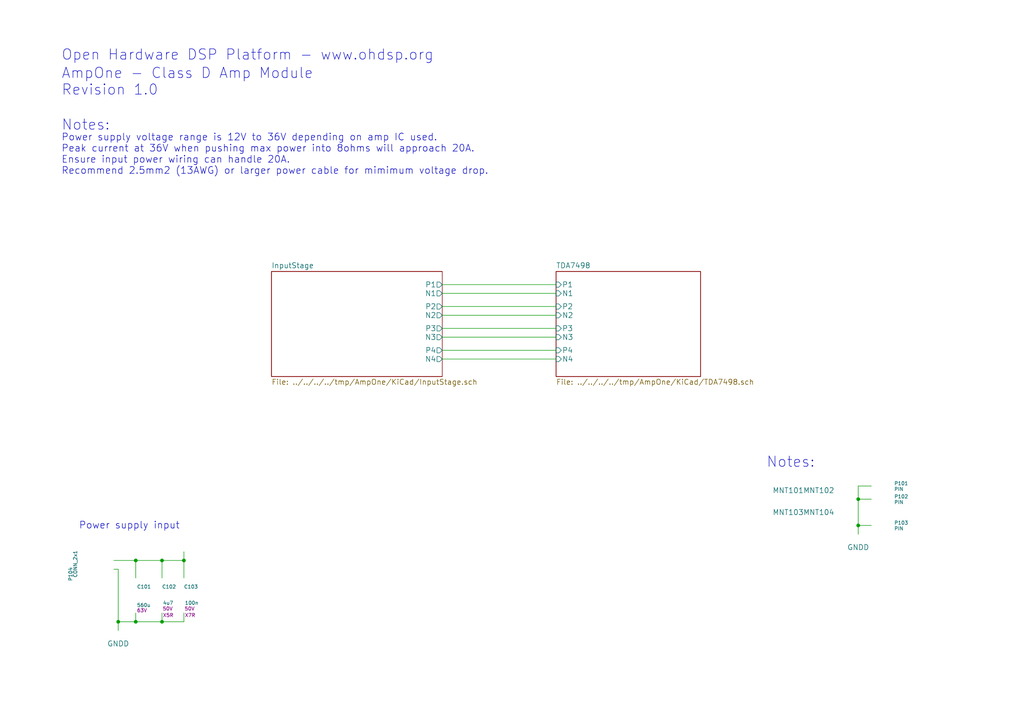
<source format=kicad_sch>
(kicad_sch (version 20230121) (generator eeschema)
  (paper "A4")
  (title_block (title "AmpOne - Class D Amp Module") (date "2017-02-14") (rev "1.0") (company "Open Hardware DSP Platform - www.ohdsp.org") (comment 1 "MERCHANTABILITY, SATISFACTORY QUALITY AND FITNESS FOR A PARTICULAR PURPOSE.") (comment 2 "is distributed WITHOUT ANY EXPRESS OR IMPLIED WARRANTY, INCLUDING OF") (comment 3 "Licensed under the TAPR Open Hardware License (www.tapr.org/OHL). This documentation") (comment 4 "Copyright Paul Janicki 2017"))
  (lib_symbols)
  (junction (at 39.37 162.56))
  (junction (at 46.99 162.56))
  (junction (at 39.37 180.34))
  (junction (at 248.92 152.4))
  (junction (at 248.92 144.78))
  (junction (at 34.29 180.34))
  (junction (at 46.99 180.34))
  (junction (at 53.34 162.56))
  (wire (pts (xy 53.34 180.34) (xy 53.34 177.8)))
  (wire (pts (xy 161.29 104.14) (xy 128.27 104.14)))
  (wire (pts (xy 128.27 88.9) (xy 161.29 88.9)))
  (wire (pts (xy 161.29 91.44) (xy 128.27 91.44)))
  (wire (pts (xy 34.29 180.34) (xy 39.37 180.34)))
  (wire (pts (xy 248.92 144.78) (xy 248.92 152.4)))
  (wire (pts (xy 34.29 165.1) (xy 33.02 165.1)))
  (wire (pts (xy 34.29 165.1) (xy 34.29 180.34)))
  (wire (pts (xy 39.37 167.64) (xy 39.37 162.56)))
  (wire (pts (xy 252.73 144.78) (xy 248.92 144.78)))
  (wire (pts (xy 248.92 152.4) (xy 248.92 154.94)))
  (wire (pts (xy 53.34 160.02) (xy 53.34 162.56)))
  (wire (pts (xy 33.02 162.56) (xy 39.37 162.56)))
  (wire (pts (xy 46.99 180.34) (xy 46.99 177.8)))
  (wire (pts (xy 39.37 177.8) (xy 39.37 180.34)))
  (wire (pts (xy 252.73 140.97) (xy 248.92 140.97)))
  (wire (pts (xy 161.29 85.09) (xy 128.27 85.09)))
  (wire (pts (xy 128.27 101.6) (xy 161.29 101.6)))
  (wire (pts (xy 252.73 152.4) (xy 248.92 152.4)))
  (wire (pts (xy 128.27 82.55) (xy 161.29 82.55)))
  (wire (pts (xy 248.92 140.97) (xy 248.92 144.78)))
  (wire (pts (xy 39.37 180.34) (xy 46.99 180.34)))
  (wire (pts (xy 46.99 162.56) (xy 53.34 162.56)))
  (wire (pts (xy 128.27 95.25) (xy 161.29 95.25)))
  (wire (pts (xy 39.37 162.56) (xy 46.99 162.56)))
  (wire (pts (xy 53.34 162.56) (xy 53.34 167.64)))
  (wire (pts (xy 46.99 162.56) (xy 46.99 167.64)))
  (wire (pts (xy 46.99 180.34) (xy 53.34 180.34)))
  (wire (pts (xy 34.29 180.34) (xy 34.29 182.88)))
  (wire (pts (xy 161.29 97.79) (xy 128.27 97.79)))
  (text "Notes:" (at 222.25 135.89 0) (effects (font (size 2.9972 2.9972)) (justify left bottom)))
  (text "Open Hardware DSP Platform - www.ohdsp.org\n" (at 17.78 17.78 0) (effects (font (size 2.9972 2.9972)) (justify left bottom)))
  (text "AmpOne - Class D Amp Module\nRevision 1.0\n" (at 17.78 27.94 0) (effects (font (size 2.9972 2.9972)) (justify left bottom)))
  (text "Power supply input" (at 22.86 153.67 0) (effects (font (size 2.0066 2.0066)) (justify left bottom)))
  (text "Notes:" (at 17.78 38.1 0) (effects (font (size 2.9972 2.9972)) (justify left bottom)))
  (text "Power supply voltage range is 12V to 36V depending on amp IC used. \nPeak current at 36V when pushing max power into 8ohms will approach 20A.\nEnsure input power wiring can handle 20A. \nRecommend 2.5mm2 (13AWG) or larger power cable for mimimum voltage drop." (at 17.78 50.8 0) (effects (font (size 2.0066 2.0066)) (justify left bottom)))
  (symbol (lib_id "C") (at 53.34 172.72 0) (unit 1)
    (property "Reference" "C103" (at 53.34 170.18 0) (effects (font (size 1.016 1.016)) (justify left)))
    (property "Value" "100n" (at 53.594 174.879 0) (effects (font (size 1.016 1.016)) (justify left)))
    (property "Footprint" "MyKiCadLibs-Footprints:SMD-0805" (effects hide))
    (property "Voltage" "50V" (at 54.991 176.53 0) (effects (font (size 1.016 1.016))))
    (property "Type" "X7R" (at 55.118 178.435 0) (effects (font (size 1.016 1.016))))
    (property "Description" "Ceramic capacitor" (effects hide))
    (property "Tolerance" "10%" (effects hide))
    (property "Size" "0805" (effects hide))
  )
  (symbol (lib_id "C") (at 46.99 172.72 0) (unit 1)
    (property "Reference" "C102" (at 46.99 170.18 0) (effects (font (size 1.016 1.016)) (justify left)))
    (property "Value" "4u7" (at 47.244 174.879 0) (effects (font (size 1.016 1.016)) (justify left)))
    (property "Footprint" "MyKiCadLibs-Footprints:SMD-0805" (effects hide))
    (property "Voltage" "50V" (at 48.641 176.53 0) (effects (font (size 1.016 1.016))))
    (property "Type" "X5R" (at 48.768 178.435 0) (effects (font (size 1.016 1.016))))
    (property "Description" "Ceramic capacitor" (effects hide))
    (property "Tolerance" "10%" (effects hide))
    (property "Size" "0805" (effects hide))
  )
  (symbol (lib_id "CONN_2x1") (at 33.02 162.56 0) (mirror y) (unit 1)
    (property "Reference" "P104" (at 20.447 166.497 90) (effects (font (size 1.016 1.016))))
    (property "Value" "CONN_2x1" (at 21.844 163.576 90) (effects (font (size 1.016 1.016))))
    (property "Footprint" "MyKiCadLibs-Footprints:CONN-SCREW-2WAY-7.5mm-7.62mm" (effects hide))
    (property "Description" "Text description" (effects hide))
  )
  (symbol (lib_id "GNDD") (at 34.29 182.88 0) (unit 1)
    (property "Reference" "#PWR01" (effects hide))
    (property "Value" "GNDD" (at 34.29 186.69 0) (effects (font (size 1.524 1.524))))
  )
  (symbol (lib_id "VCC") (at 53.34 160.02 0) (unit 1)
    (property "Reference" "#PWR02" (effects hide))
    (property "Value" "VCC" (at 53.34 156.21 0))
  )
  (symbol (lib_id "MNT_HOLE") (at 228.6 144.78 0) (unit 1)
    (property "Reference" "MNT101" (at 228.6 142.24 0) (effects (font (size 1.524 1.524))))
    (property "Value" "MNT_HOLE" (effects hide))
    (property "Footprint" "MyKiCadLibs-Footprints:MNT_HOLE_3mm" (effects hide))
  )
  (symbol (lib_id "MNT_HOLE") (at 237.49 144.78 0) (unit 1)
    (property "Reference" "MNT102" (at 237.49 142.24 0) (effects (font (size 1.524 1.524))))
    (property "Value" "MNT_HOLE" (effects hide))
    (property "Footprint" "MyKiCadLibs-Footprints:MNT_HOLE_3mm" (effects hide))
  )
  (symbol (lib_id "MNT_HOLE") (at 228.6 151.13 0) (unit 1)
    (property "Reference" "MNT103" (at 228.6 148.59 0) (effects (font (size 1.524 1.524))))
    (property "Value" "MNT_HOLE" (effects hide))
    (property "Footprint" "MyKiCadLibs-Footprints:MNT_HOLE_3mm" (effects hide))
  )
  (symbol (lib_id "MNT_HOLE") (at 237.49 151.13 0) (unit 1)
    (property "Reference" "MNT104" (at 237.49 148.59 0) (effects (font (size 1.524 1.524))))
    (property "Value" "MNT_HOLE" (effects hide))
    (property "Footprint" "MyKiCadLibs-Footprints:MNT_HOLE_3mm" (effects hide))
  )
  (symbol (lib_id "PIN") (at 252.73 140.97 0) (unit 1)
    (property "Reference" "P101" (at 259.334 140.208 0) (effects (font (size 1.016 1.016)) (justify left)))
    (property "Value" "PIN" (at 259.334 141.859 0) (effects (font (size 1.016 1.016)) (justify left)))
    (property "Footprint" "MyKiCadLibs-Footprints:MNT_HOLE_3mm_PTH" (effects hide))
    (property "Description" "Text description" (effects hide))
  )
  (symbol (lib_id "GNDD") (at 248.92 154.94 0) (unit 1)
    (property "Reference" "#PWR03" (effects hide))
    (property "Value" "GNDD" (at 248.92 158.75 0) (effects (font (size 1.524 1.524))))
  )
  (symbol (lib_id "PIN") (at 252.73 144.78 0) (unit 1)
    (property "Reference" "P102" (at 259.334 144.018 0) (effects (font (size 1.016 1.016)) (justify left)))
    (property "Value" "PIN" (at 259.334 145.669 0) (effects (font (size 1.016 1.016)) (justify left)))
    (property "Footprint" "MyKiCadLibs-Footprints:MNT_HOLE_3mm_PTH" (effects hide))
    (property "Description" "Text description" (effects hide))
  )
  (symbol (lib_id "PIN") (at 252.73 152.4 0) (unit 1)
    (property "Reference" "P103" (at 259.334 151.638 0) (effects (font (size 1.016 1.016)) (justify left)))
    (property "Value" "PIN" (at 259.334 153.289 0) (effects (font (size 1.016 1.016)) (justify left)))
    (property "Footprint" "MyKiCadLibs-Footprints:MNT_HOLE_3mm_PTH" (effects hide))
    (property "Description" "Text description" (effects hide))
  )
  (symbol (lib_id "CP1") (at 39.37 172.72 0) (unit 1)
    (property "Reference" "C101" (at 43.815 170.18 0) (effects (font (size 1.016 1.016)) (justify right)))
    (property "Value" "560u" (at 43.688 175.514 0) (effects (font (size 1.016 1.016)) (justify right)))
    (property "Footprint" "MyKiCadLibs-Footprints:CAP-TH-D12.5mmP5mm" (effects hide))
    (property "Voltage" "63V" (at 42.672 177.038 0) (effects (font (size 1.016 1.016)) (justify right)))
    (property "Size" "Pitch 5mm, Diameter 12.5mm" (effects hide))
    (property "Description" "560uF 63V High ripple current long life, eg Panasonic FR EEUFR1J561L" (effects hide))
  )
  (sheet (at 78.74 78.74) (size 49.53 30.48)
    (property "Sheetname" "InputStage" (at 78.74 77.9014 0) (effects (font (size 1.524 1.524)) (justify left bottom)))
    (property "Sheetfile" "../../../../tmp/AmpOne/KiCad/InputStage.sch" (at 78.74 109.9062 0) (effects (font (size 1.524 1.524)) (justify left top)))
    (pin "P1" output (at 128.27 82.55 0) (effects (font (size 1.524 1.524))))
    (pin "N1" output (at 128.27 85.09 0) (effects (font (size 1.524 1.524))))
    (pin "P2" output (at 128.27 88.9 0) (effects (font (size 1.524 1.524))))
    (pin "N2" output (at 128.27 91.44 0) (effects (font (size 1.524 1.524))))
    (pin "P3" output (at 128.27 95.25 0) (effects (font (size 1.524 1.524))))
    (pin "N3" output (at 128.27 97.79 0) (effects (font (size 1.524 1.524))))
    (pin "P4" output (at 128.27 101.6 0) (effects (font (size 1.524 1.524))))
    (pin "N4" output (at 128.27 104.14 0) (effects (font (size 1.524 1.524))))
  )
  (sheet (at 161.29 78.74) (size 41.91 30.48)
    (property "Sheetname" "TDA7498" (at 161.29 77.9014 0) (effects (font (size 1.524 1.524)) (justify left bottom)))
    (property "Sheetfile" "../../../../tmp/AmpOne/KiCad/TDA7498.sch" (at 161.29 109.9062 0) (effects (font (size 1.524 1.524)) (justify left top)))
    (pin "P1" input (at 161.29 82.55 180) (effects (font (size 1.524 1.524))))
    (pin "N1" input (at 161.29 85.09 180) (effects (font (size 1.524 1.524))))
    (pin "P2" input (at 161.29 88.9 180) (effects (font (size 1.524 1.524))))
    (pin "N2" input (at 161.29 91.44 180) (effects (font (size 1.524 1.524))))
    (pin "P4" input (at 161.29 101.6 180) (effects (font (size 1.524 1.524))))
    (pin "N4" input (at 161.29 104.14 180) (effects (font (size 1.524 1.524))))
    (pin "P3" input (at 161.29 95.25 180) (effects (font (size 1.524 1.524))))
    (pin "N3" input (at 161.29 97.79 180) (effects (font (size 1.524 1.524))))
  )
)
</source>
